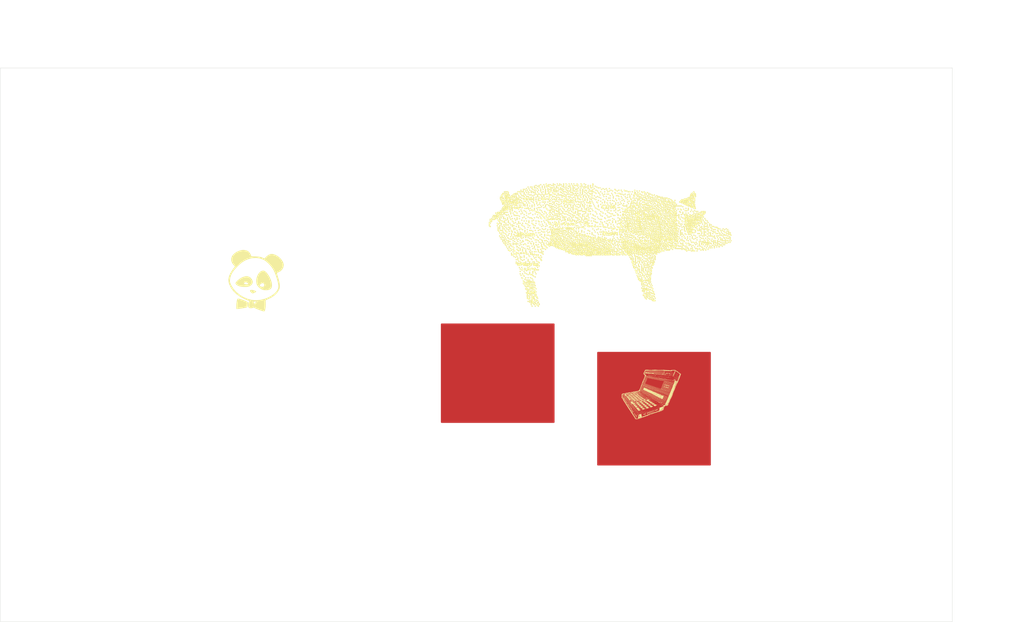
<source format=kicad_pcb>
(kicad_pcb (version 20171130) (host pcbnew "(5.1.6)-1")
  (layers (0 F.Cu signal) (31 B.Cu signal) (34 B.Paste user) (35 F.Paste user) (36 B.SilkS user) (37 F.SilkS user) (38 B.Mask user) (39 F.Mask user) (44 Edge.Cuts user))
  (net 0 "")
  (module Alexx:PB_1000_screen_soldermask (layer F.Cu) (at 167.64 109.22)
    (fp_text reference G*** hide)
    (fp_text value LOGO hide)
  )
  (module Alexx:PB_1000_cutout_silk (layer F.Cu) (at 167.64 109.22)
    (fp_text reference G*** hide)
    (fp_text value LOGO hide)
  )
  (module CoursPCB:porc_silkscreen (layer F.Cu) (at 160.02 81.28)
    (fp_text reference G*** hide)
    (fp_text value LOGO hide)
  )
  (module CoursPCB:panda_soldermask (layer F.Cu) (at 138.43 105.41)
    (fp_text reference G*** hide)
    (fp_text value LOGO hide)
  )
  (module CoursPCB:panda_silkscreen (layer F.Cu) (at 96.52 88.9)
    (fp_text reference G*** hide)
    (fp_text value LOGO hide)
  )
  (gr_line (start 50.8 149.86) (end 50.8 50.8) (layer Edge.Cuts) (width 0.05))
  (gr_line (start 220.98 149.86) (end 50.8 149.86) (layer Edge.Cuts) (width 0.05))
  (gr_line (start 220.98 50.8) (end 220.98 149.86) (layer Edge.Cuts) (width 0.05))
  (gr_line (start 50.8 50.8) (end 220.98 50.8) (layer Edge.Cuts) (width 0.05))
  (zone (net 0) (net_name "") (layer F.Cu) (connect_pads (clearance 0.508)) (min_thickness 0.254) (fill yes (arc_segments 32) (thermal_gap 0.508) (thermal_bridge_width 0.508))
    (polygon (pts (xy 177.8 121.92) (xy 157.48 121.92) (xy 157.48 101.6) (xy 177.8 101.6)))
  )
  (zone (net 0) (net_name "") (layer F.Cu) (connect_pads (clearance 0.508)) (min_thickness 0.254) (fill yes (arc_segments 32) (thermal_gap 0.508) (thermal_bridge_width 0.508))
    (polygon (pts (xy 149.86 114.3) (xy 129.54 114.3) (xy 129.54 96.52) (xy 149.86 96.52)))
  )
)
</source>
